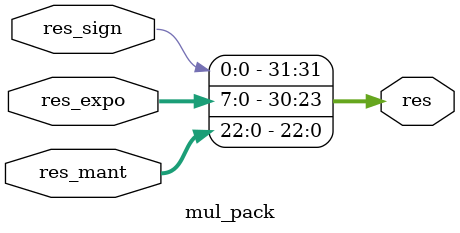
<source format=sv>
module mul_pack #(
    parameter int unsigned SIGN_W = 1,
    parameter int unsigned EXPO_W = 8,
    parameter int unsigned MANT_W = 23
)(
    input  logic                               res_sign    ,
    input  logic   [EXPO_W - 1 : 0]            res_expo    ,
    input  logic   [MANT_W - 1 : 0]            res_mant    ,
    output logic   [EXPO_W + MANT_W :0]        res
);
always_comb begin
    res = {res_sign,res_expo,res_mant};
end
endmodule
</source>
